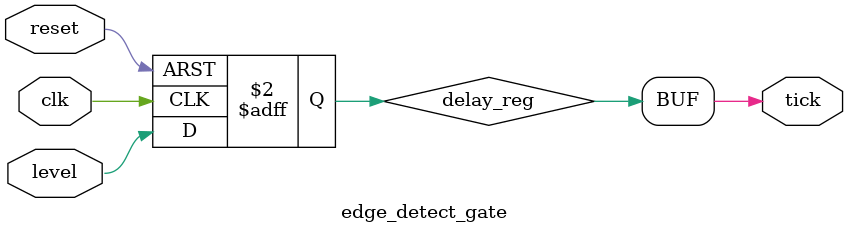
<source format=sv>
`timescale 1ns / 1ps


module edge_detect_gate(
    input logic     clk,
    input logic     reset,
    input logic     level,
    output logic    tick
    );
    
    //signal declarations
    logic delay_reg;
    
    //delay register
    always_ff @ (posedge clk, posedge reset)
        if (reset) 
            delay_reg <= 1'b0;
        else
            delay_reg <= level;
              
    //decoding logic
    assign tick = delay_reg;

endmodule

</source>
